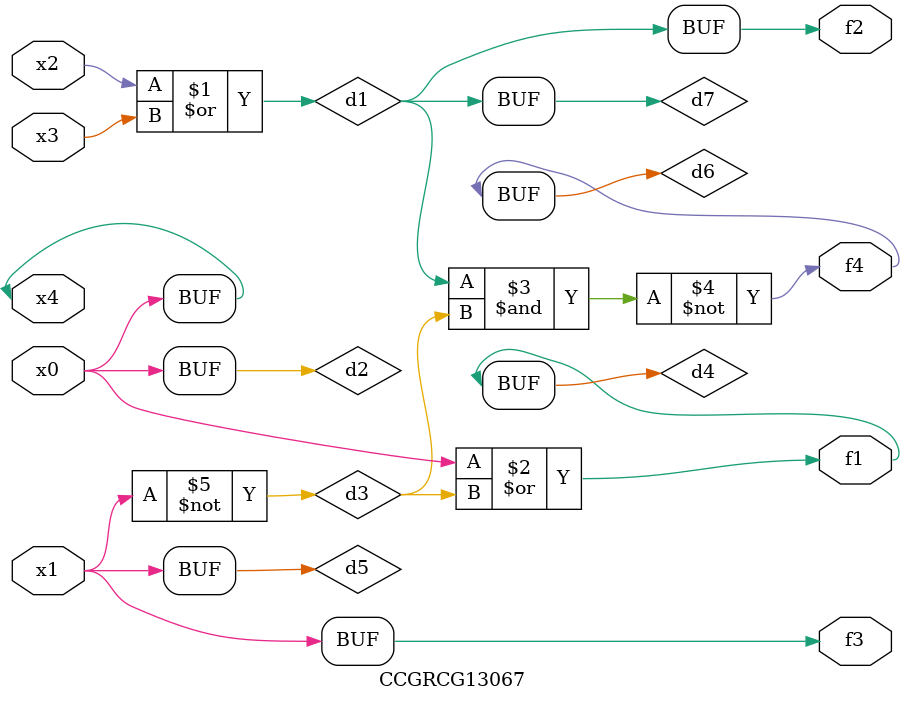
<source format=v>
module CCGRCG13067(
	input x0, x1, x2, x3, x4,
	output f1, f2, f3, f4
);

	wire d1, d2, d3, d4, d5, d6, d7;

	or (d1, x2, x3);
	buf (d2, x0, x4);
	not (d3, x1);
	or (d4, d2, d3);
	not (d5, d3);
	nand (d6, d1, d3);
	or (d7, d1);
	assign f1 = d4;
	assign f2 = d7;
	assign f3 = d5;
	assign f4 = d6;
endmodule

</source>
